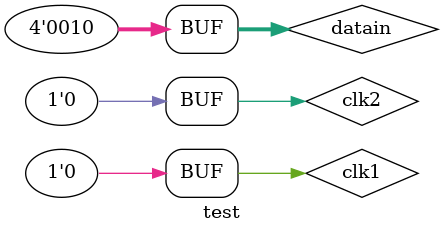
<source format=v>
`timescale 1ns / 1ps


module test;

	// Inputs
	reg [3:0] datain;
	reg clk1;
	reg clk2;

	// Outputs
	wire [3:0] a;
	wire [3:0] b;

	// Instantiate the Unit Under Test (UUT)
	data4 uut (
		.datain(datain), 
		.clk1(clk1), 
		.clk2(clk2), 
		.a(a), 
		.b(b)
	);

	initial begin
		// Initialize Inputs
		datain = 0;
		clk1 = 0;
		clk2 = 0;

		// Wait 100 ns for global reset to finish
		#100; datain = 4'b1101;
		#50 clk1=1;
		#50 clk1=0;
		#50 clk2=1;
		#50 clk2=0;
		#100; datain = 4'b0010;
		#50 clk1=1;
		#50 clk1=0;
		#50 clk2=1;
		#50 clk2=0;

		
        
		// Add stimulus here

	end
      
endmodule


</source>
